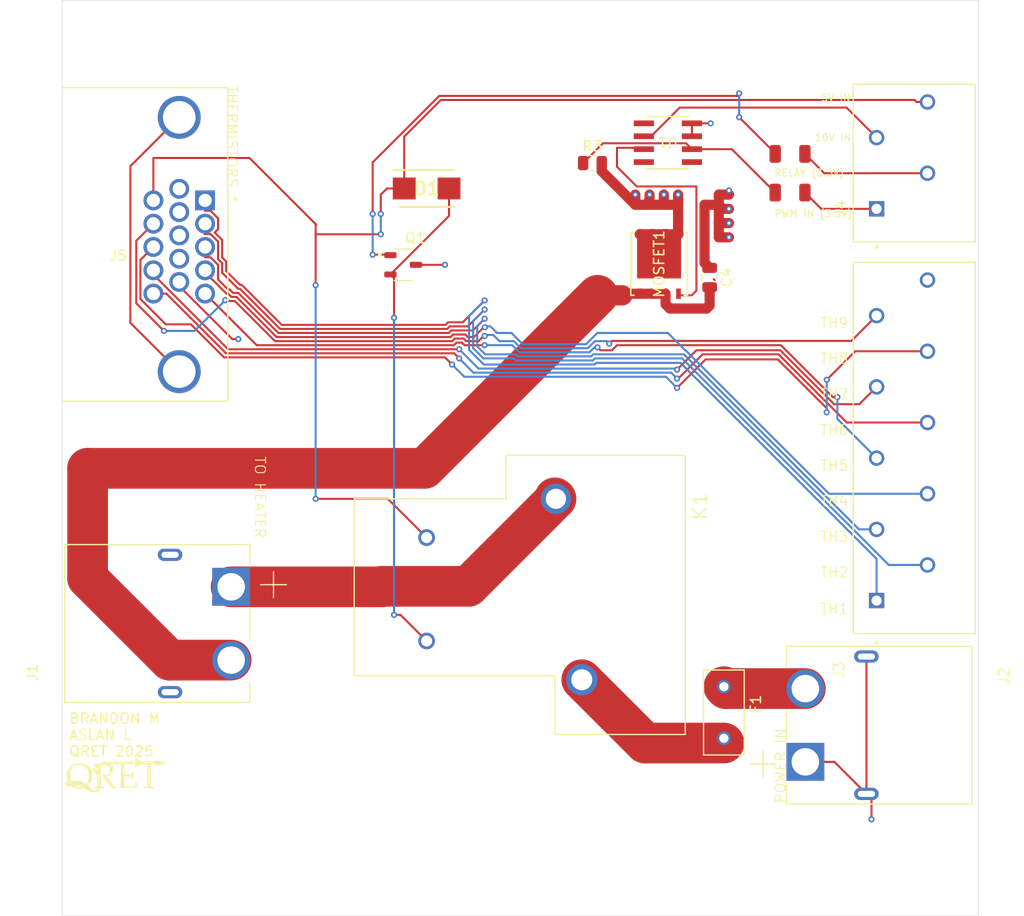
<source format=kicad_pcb>
(kicad_pcb (version 20241229) (generator "pcbnew") (generator_version "9.0")
  (layers (0 "F.Cu" signal) (2 "B.Cu" signal) (13 "F.Paste" user) (15 "B.Paste" user) (5 "F.SilkS" user "F.Silkscreen") (7 "B.SilkS" user "B.Silkscreen") (1 "F.Mask" user) (3 "B.Mask" user) (25 "Edge.Cuts" user))
  (net 0 "")
  (net 1 "GND")
  (net 2 "TH2")
  (net 3 "TH3")
  (net 4 "TH1")
  (net 5 "5V")
  (net 6 "TH7")
  (net 7 "TH6")
  (net 8 "TH8")
  (net 9 "TH4")
  (net 10 "TH9")
  (net 11 "TH5")
  (net 12 "Net-(J1-Pin_2)")
  (net 13 "PWM")
  (net 14 "RELAY")
  (net 15 "Net-(F1-Pad2)")
  (net 16 "Net-(D1-A)")
  (net 17 "10V")
  (net 18 "/24V")
  (net 19 "/24VIN")
  (net 21 "Net-(Q1-Pad1)")
  (net 22 "10V PWM")
  (net 23 "Net-(U1-INPUT_A)")
  (footprint "TC4427:SOIC8-N_MC_MCH" (layer "F.Cu") (at 109.5 59 180)
    (property "Reference" "U1" (at 0 0 180) (layer "F.SilkS"))
    (property "Value" "TC4427ACOA")
    (pad "1" smd rect (at -2.3622 -1.905 180) (size 1.9812 0.5588) (layers "F.Cu" "F.Mask" "F.Paste"))
    (pad "2" smd rect (at -2.3622 -0.635 180) (size 1.9812 0.5588) (layers "F.Cu" "F.Mask" "F.Paste") (net 23 "Net-(U1-INPUT_A)"))
    (pad "3" smd rect (at -2.3622 0.635 180) (size 1.9812 0.5588) (layers "F.Cu" "F.Mask" "F.Paste") (net 1 "GND"))
    (pad "4" smd rect (at -2.3622 1.905 180) (size 1.9812 0.5588) (layers "F.Cu" "F.Mask" "F.Paste") (net 1 "GND"))
    (pad "5" smd rect (at 2.3622 1.905 180) (size 1.9812 0.5588) (layers "F.Cu" "F.Mask" "F.Paste"))
    (pad "6" smd rect (at 2.3622 0.635 180) (size 1.9812 0.5588) (layers "F.Cu" "F.Mask" "F.Paste") (net 17 "10V"))
    (pad "7" smd rect (at 2.3622 -0.635 180) (size 1.9812 0.5588) (layers "F.Cu" "F.Mask" "F.Paste") (net 22 "10V PWM"))
    (pad "8" smd rect (at 2.3622 -1.905 180) (size 1.9812 0.5588) (layers "F.Cu" "F.Mask" "F.Paste"))
  )
  (footprint "XT60PW-M:AMASS_XT60PW-M" (layer "F.Cu") (at 129 116.25 -90)
    (property "Reference" "J2" (at -4.8236 -13.51498 90) (layer "F.SilkS") (effects (font (size 1.000441 1.000441))))
    (property "Value" "XT60PW-M")
    (pad "1" thru_hole rect (at 3.6 6 270) (size 3.716 3.716) (drill 2.7) (layers "*.Cu" "*.Mask") (net 1 "GND"))
    (pad "2" thru_hole circle (at -3.6 6 270) (size 3.716 3.716) (drill 2.7) (layers "*.Cu" "*.Mask") (net 19 "/24VIN"))
    (pad "S1" thru_hole oval (at 6.75 0 270) (size 1.2 2.4) (drill oval 0.6 1.7) (layers "*.Cu" "*.Mask"))
    (pad "S2" thru_hole oval (at -6.75 0 270) (size 1.2 2.4) (drill oval 0.6 1.7) (layers "*.Cu" "*.Mask"))
  )
  (footprint "PCM_JLCPCB:R_1206" (layer "F.Cu") (at 121.5 60.1 180)
    (property "Reference" "R1" (hide yes))
    (property "Value" "100")
    (pad "1" smd roundrect (at -1.46 0 180) (size 1.12 1.75) (layers "F.Cu" "F.Mask" "F.Paste") (roundrect_rratio 0.222222) (net 14 "RELAY"))
    (pad "2" smd roundrect (at 1.46 0 180) (size 1.12 1.75) (layers "F.Cu" "F.Mask" "F.Paste") (roundrect_rratio 0.222222) (net 21 "Net-(Q1-Pad1)"))
  )
  (footprint "Capacitor_SMD:C_0805_2012Metric" (layer "F.Cu") (at 113.6 72.25 -90)
    (property "Reference" "C4" (at 0 -1.68 90) (layer "F.SilkS"))
    (property "Value" "C47.5nf")
    (pad "1" smd roundrect (at -0.95 0 270) (size 1 1.45) (layers "F.Cu" "F.Mask" "F.Paste") (net 1 "GND"))
    (pad "2" smd roundrect (at 0.95 0 270) (size 1 1.45) (layers "F.Cu" "F.Mask" "F.Paste") (net 12 "Net-(J1-Pin_2)"))
  )
  (footprint "1985218:TE_1985218" (layer "F.Cu") (at 133.7 61 90)
    (property "Reference" "J4" (at -4.4925 -7.2325 90) (layer "F.SilkS"))
    (property "Value" "1985218")
    (pad "1" thru_hole rect (at -4.5 -3.7 90) (size 1.508 1.508) (drill 1) (layers "*.Cu" "*.Mask") (net 13 "PWM"))
    (pad "2" thru_hole circle (at -1 1.3 90) (size 1.508 1.508) (drill 1) (layers "*.Cu" "*.Mask") (net 14 "RELAY"))
    (pad "3" thru_hole circle (at 2.5 -3.7 90) (size 1.508 1.508) (drill 1) (layers "*.Cu" "*.Mask") (net 17 "10V"))
    (pad "4" thru_hole circle (at 6 1.3 90) (size 1.508 1.508) (drill 1) (layers "*.Cu" "*.Mask") (net 5 "5V"))
  )
  (footprint "LOGO" (layer "F.Cu") (at 55.2 121.1)
    (property "Reference" "G***" (hide yes))
    (property "Value" "LOGO" (hide yes))
  )
  (footprint "PCM_JLCPCB:R_1206" (layer "F.Cu") (at 121.5 63.9 180)
    (property "Reference" "R2" (hide yes))
    (property "Value" "100")
    (pad "1" smd roundrect (at -1.46 0 180) (size 1.12 1.75) (layers "F.Cu" "F.Mask" "F.Paste") (roundrect_rratio 0.222222) (net 13 "PWM"))
    (pad "2" smd roundrect (at 1.46 0 180) (size 1.12 1.75) (layers "F.Cu" "F.Mask" "F.Paste") (roundrect_rratio 0.222222) (net 23 "Net-(U1-INPUT_A)"))
  )
  (footprint "AO3400A (1):SOT95P280X125-3N" (layer "F.Cu") (at 83.5 71)
    (property "Reference" "Q1" (at 1.175 -2.635 0) (layer "F.SilkS"))
    (property "Value" "AO3400A" (hide yes))
    (pad "1" smd roundrect (at -1.255 -0.95) (size 1.21 0.59) (layers "F.Cu" "F.Mask" "F.Paste") (net 21 "Net-(Q1-Pad1)"))
    (pad "2" smd roundrect (at -1.255 0.95) (size 1.21 0.59) (layers "F.Cu" "F.Mask" "F.Paste") (net 16 "Net-(D1-A)"))
    (pad "3" smd roundrect (at 1.255 0) (size 1.21 0.59) (layers "F.Cu" "F.Mask" "F.Paste") (net 1 "GND"))
  )
  (footprint "10090926_P154XLF:AMPHENOL_10090926-P154XLF" (layer "F.Cu") (at 61.5 69 -90)
    (property "Reference" "J5" (at 1.1 6 180) (layer "F.SilkS"))
    (property "Value" "10090926-P154XLF")
    (pad "1" thru_hole rect (at -4.33 -2.54 270) (size 1.95 1.95) (drill 1.3) (layers "*.Cu" "*.Mask") (net 4 "TH1"))
    (pad "2" thru_hole circle (at -2.04 -2.54 270) (size 1.95 1.95) (drill 1.3) (layers "*.Cu" "*.Mask") (net 2 "TH2"))
    (pad "3" thru_hole circle (at 0.25 -2.54 270) (size 1.95 1.95) (drill 1.3) (layers "*.Cu" "*.Mask") (net 3 "TH3"))
    (pad "4" thru_hole circle (at 2.54 -2.54 270) (size 1.95 1.95) (drill 1.3) (layers "*.Cu" "*.Mask") (net 9 "TH4"))
    (pad "5" thru_hole circle (at 4.83 -2.54 270) (size 1.95 1.95) (drill 1.3) (layers "*.Cu" "*.Mask") (net 11 "TH5"))
    (pad "6" thru_hole circle (at -5.47 0 270) (size 1.95 1.95) (drill 1.3) (layers "*.Cu" "*.Mask"))
    (pad "7" thru_hole circle (at -3.18 0 270) (size 1.95 1.95) (drill 1.3) (layers "*.Cu" "*.Mask"))
    (pad "8" thru_hole circle (at -0.89 0 270) (size 1.95 1.95) (drill 1.3) (layers "*.Cu" "*.Mask"))
    (pad "9" thru_hole circle (at 1.4 0 270) (size 1.95 1.95) (drill 1.3) (layers "*.Cu" "*.Mask"))
    (pad "10" thru_hole circle (at 3.69 0 270) (size 1.95 1.95) (drill 1.3) (layers "*.Cu" "*.Mask") (net 1 "GND"))
    (pad "11" thru_hole circle (at -4.33 2.54 270) (size 1.95 1.95) (drill 1.3) (layers "*.Cu" "*.Mask") (net 5 "5V"))
    (pad "12" thru_hole circle (at -2.04 2.54 270) (size 1.95 1.95) (drill 1.3) (layers "*.Cu" "*.Mask") (net 10 "TH9"))
    (pad "13" thru_hole circle (at 0.25 2.54 270) (size 1.95 1.95) (drill 1.3) (layers "*.Cu" "*.Mask") (net 8 "TH8"))
    (pad "14" thru_hole circle (at 2.54 2.54 270) (size 1.95 1.95) (drill 1.3) (layers "*.Cu" "*.Mask") (net 6 "TH7"))
    (pad "15" thru_hole circle (at 4.83 2.54 270) (size 1.95 1.95) (drill 1.3) (layers "*.Cu" "*.Mask") (net 7 "TH6"))
    (pad "S1" thru_hole circle (at -12.49 0 270) (size 4.216 4.216) (drill 3.2) (layers "*.Cu" "*.Mask") (net 1 "GND"))
    (pad "S2" thru_hole circle (at 12.5 0 270) (size 4.216 4.216) (drill 3.2) (layers "*.Cu" "*.Mask") (net 1 "GND"))
  )
  (footprint "MBRS1100T3G:DIOM5436X247N" (layer "F.Cu") (at 85.8 63.5)
    (property "Reference" "D1" (at 0 0 0) (layer "F.SilkS") (effects (font (size 1.27 1.27) (thickness 0.254))))
    (property "Value" "MBRS1100T3G" (hide yes))
    (pad "1" smd rect (at -2.2 0 90) (size 2.15 2.25) (layers "F.Cu" "F.Mask" "F.Paste") (net 5 "5V"))
    (pad "2" smd rect (at 2.2 0 90) (size 2.15 2.25) (layers "F.Cu" "F.Mask" "F.Paste") (net 16 "Net-(D1-A)"))
  )
  (footprint "MountingHole:MountingHole_2.2mm_M2" (layer "F.Cu") (at 135 130)
    (property "Reference" "REF**" (hide yes))
    (property "Value" "MountingHole_2.2mm_M2")
    (pad "" np_thru_hole circle (at 0 0) (size 2.2 2.2) (drill 2.2) (layers "*.Cu" "*.Mask"))
  )
  (footprint "Resistor_SMD:R_0805_2012Metric" (layer "F.Cu") (at 102.0875 61)
    (property "Reference" "R3" (at 0 -1.65 0) (layer "F.SilkS"))
    (property "Value" "R100k")
    (pad "1" smd roundrect (at -0.9125 0) (size 1.025 1.4) (layers "F.Cu" "F.Mask" "F.Paste") (roundrect_rratio 0.243902) (net 23 "Net-(U1-INPUT_A)"))
    (pad "2" smd roundrect (at 0.9125 0) (size 1.025 1.4) (layers "F.Cu" "F.Mask" "F.Paste") (roundrect_rratio 0.243902) (net 1 "GND"))
  )
  (footprint "MountingHole:MountingHole_2.2mm_M2" (layer "F.Cu") (at 135 50)
    (property "Reference" "REF**" (hide yes))
    (property "Value" "MountingHole_2.2mm_M2")
    (pad "" np_thru_hole circle (at 0 0) (size 2.2 2.2) (drill 2.2) (layers "*.Cu" "*.Mask"))
  )
  (footprint "01x12 connnector:PHOENIX_1985276" (layer "F.Cu") (at 139.7 107.25 90)
    (property "Reference" "J3" (at -3.575 -13.385 90) (layer "F.SilkS"))
    (property "Value" "1985276")
    (pad "1" thru_hole rect (at 3.25 -9.7 90) (size 1.508 1.508) (drill 1) (layers "*.Cu" "*.Mask") (net 4 "TH1"))
    (pad "2" thru_hole circle (at 6.75 -4.7 90) (size 1.508 1.508) (drill 1) (layers "*.Cu" "*.Mask") (net 2 "TH2"))
    (pad "3" thru_hole circle (at 10.25 -9.7 90) (size 1.508 1.508) (drill 1) (layers "*.Cu" "*.Mask") (net 3 "TH3"))
    (pad "4" thru_hole circle (at 13.75 -4.7 90) (size 1.508 1.508) (drill 1) (layers "*.Cu" "*.Mask") (net 9 "TH4"))
    (pad "5" thru_hole circle (at 17.25 -9.7 90) (size 1.508 1.508) (drill 1) (layers "*.Cu" "*.Mask") (net 11 "TH5"))
    (pad "6" thru_hole circle (at 20.75 -4.7 90) (size 1.508 1.508) (drill 1) (layers "*.Cu" "*.Mask") (net 7 "TH6"))
    (pad "7" thru_hole circle (at 24.25 -9.7 90) (size 1.508 1.508) (drill 1) (layers "*.Cu" "*.Mask") (net 6 "TH7"))
    (pad "8" thru_hole circle (at 27.75 -4.7 90) (size 1.508 1.508) (drill 1) (layers "*.Cu" "*.Mask") (net 8 "TH8"))
    (pad "9" thru_hole circle (at 31.25 -9.7 90) (size 1.508 1.508) (drill 1) (layers "*.Cu" "*.Mask") (net 10 "TH9"))
    (pad "10" thru_hole circle (at 34.75 -4.7 90) (size 1.508 1.508) (drill 1) (layers "*.Cu" "*.Mask"))
  )
  (footprint "SIR462DP:POWERPAK_SO-8_SINGLE_VIS" (layer "F.Cu") (at 108.635 70.921 90)
    (property "Reference" "MOSFET1" (at 0 0 90) (layer "F.SilkS"))
    (property "Value" "SIR462DP-T1-GE3")
    (fp_poly (pts (xy 2.5654 -2.159) (xy -1.4224 -2.159) (xy -1.4224 2.159) (xy 2.5654 2.159)) (fill yes) (layer "F.Cu"))
    (pad "1" smd rect (at -2.921 -1.905 90) (size 1.016 0.4572) (layers "F.Cu" "F.Mask" "F.Paste") (net 12 "Net-(J1-Pin_2)"))
    (pad "2" smd rect (at -2.921 -0.635 90) (size 1.016 0.4572) (layers "F.Cu" "F.Mask" "F.Paste") (net 12 "Net-(J1-Pin_2)"))
    (pad "3" smd rect (at -2.921 0.635 90) (size 1.016 0.4572) (layers "F.Cu" "F.Mask" "F.Paste") (net 12 "Net-(J1-Pin_2)"))
    (pad "4" smd rect (at -2.921 1.905 90) (size 1.016 0.4572) (layers "F.Cu" "F.Mask" "F.Paste") (net 22 "10V PWM"))
    (pad "5" smd rect (at 2.921 1.905 90) (size 1.016 0.4572) (layers "F.Cu" "F.Mask" "F.Paste") (net 1 "GND"))
    (pad "6" smd rect (at 2.921 0.635 90) (size 1.016 0.4572) (layers "F.Cu" "F.Mask" "F.Paste") (net 1 "GND"))
    (pad "7" smd rect (at 2.921 -0.635 90) (size 1.016 0.4572) (layers "F.Cu" "F.Mask" "F.Paste") (net 1 "GND"))
    (pad "8" smd rect (at 2.921 -1.905 90) (size 1.016 0.4572) (layers "F.Cu" "F.Mask" "F.Paste") (net 1 "GND"))
  )
  (footprint "FUSE_0697H9200:FUSRR508W60L835T400H810" (layer "F.Cu") (at 115 115 -90)
    (property "Reference" "F1" (at -0.825 -3.135 90) (layer "F.SilkS"))
    (property "Value" "20A Fuse")
    (pad "1" thru_hole circle (at -2.54 0 270) (size 1.35 1.35) (drill 0.9) (layers "*.Cu" "*.Mask") (net 19 "/24VIN"))
    (pad "2" thru_hole circle (at 2.54 0 270) (size 1.35 1.35) (drill 0.9) (layers "*.Cu" "*.Mask") (net 15 "Net-(F1-Pad2)"))
  )
  (footprint "MountingHole:MountingHole_2.2mm_M2" (layer "F.Cu") (at 55 50)
    (property "Reference" "REF**" (hide yes))
    (property "Value" "MountingHole_2.2mm_M2")
    (pad "" np_thru_hole circle (at 0 0) (size 2.2 2.2) (drill 2.2) (layers "*.Cu" "*.Mask"))
  )
  (footprint "MountingHole:MountingHole_2.2mm_M2" (layer "F.Cu") (at 55 130)
    (property "Reference" "REF**" (hide yes))
    (property "Value" "MountingHole_2.2mm_M2")
    (pad "" np_thru_hole circle (at 0 0) (size 2.2 2.2) (drill 2.2) (layers "*.Cu" "*.Mask"))
  )
  (footprint "T9AS1D12_24:RELAY_1-1393210-8" (layer "F.Cu") (at 94.945 103.445 -90)
    (property "Reference" "K1" (at -8.708725 -17.696475 90) (layer "F.SilkS") (effects (font (size 1.400591 1.400591))))
    (property "Value" "1-1393210-8")
    (pad "1" thru_hole circle (at -5.635 9.145 270) (size 1.635 1.635) (drill 1.09) (layers "*.Cu" "*.Mask") (net 5 "5V"))
    (pad "2" thru_hole circle (at 4.525 9.145 270) (size 1.635 1.635) (drill 1.09) (layers "*.Cu" "*.Mask") (net 16 "Net-(D1-A)"))
    (pad "3" thru_hole circle (at 8.335 -6.095 270) (size 3.076 3.076) (drill 2.06) (layers "*.Cu" "*.Mask") (net 15 "Net-(F1-Pad2)"))
    (pad "4" thru_hole circle (at -9.445 -3.555 270) (size 2.97 2.97) (drill 1.98) (layers "*.Cu" "*.Mask") (net 18 "/24V"))
  )
  (footprint "XT60PW-M:AMASS_XT60PW-M" (layer "F.Cu") (at 60.6 106.25 90)
    (property "Reference" "J1" (at -4.8236 -13.51498 90) (layer "F.SilkS") (effects (font (size 1.000441 1.000441))))
    (property "Value" "XT60PW-M")
    (pad "1" thru_hole rect (at 3.6 6 90) (size 3.716 3.716) (drill 2.7) (layers "*.Cu" "*.Mask") (net 18 "/24V"))
    (pad "2" thru_hole circle (at -3.6 6 90) (size 3.716 3.716) (drill 2.7) (layers "*.Cu" "*.Mask") (net 12 "Net-(J1-Pin_2)"))
    (pad "S1" thru_hole oval (at 6.75 0 90) (size 1.2 2.4) (drill oval 0.6 1.7) (layers "*.Cu" "*.Mask"))
    (pad "S2" thru_hole oval (at -6.75 0 90) (size 1.2 2.4) (drill oval 0.6 1.7) (layers "*.Cu" "*.Mask"))
  )
  (gr_rect (start 50 45) (end 140 135) (stroke (width 0.05)) (fill no) (layer "Edge.Cuts"))
  (gr_text "RELAY (3.3V)\n\n" (at 119.9 63.5 0) (layer "F.SilkS") (effects (font (size 0.7 0.7) (thickness 0.1)) (justify left bottom)))
  (gr_text "TH9" (at 124.4 77.3 0) (layer "F.SilkS") (effects (font (size 1 1) (thickness 0.1)) (justify left bottom)))
  (gr_text "TH8" (at 124.4 80.8 0) (layer "F.SilkS") (effects (font (size 1 1) (thickness 0.1)) (justify left bottom)))
  (gr_text "TH7" (at 124.4 84.3 0) (layer "F.SilkS") (effects (font (size 1 1) (thickness 0.1)) (justify left bottom)))
  (gr_text "PWM IN (3.3V)\n\n" (at 119.9 67.5 0) (layer "F.SilkS") (effects (font (size 0.7 0.7) (thickness 0.1)) (justify left bottom)))
  (gr_text "10V IN" (at 123.9 58.9 0) (layer "F.SilkS") (effects (font (size 0.7 0.7) (thickness 0.1)) (justify left bottom)))
  (gr_text "TH6" (at 124.4 87.8 0) (layer "F.SilkS") (effects (font (size 1 1) (thickness 0.1)) (justify left bottom)))
  (gr_text "TH2" (at 124.4 101.8 0) (layer "F.SilkS") (effects (font (size 1 1) (thickness 0.1)) (justify left bottom)))
  (gr_text "TO HEATER\n" (at 68.85 89.75 270) (layer "F.SilkS") (effects (font (size 1 1) (thickness 0.1)) (justify left bottom)))
  (gr_text "TH5" (at 124.4 91.3 0) (layer "F.SilkS") (effects (font (size 1 1) (thickness 0.1)) (justify left bottom)))
  (gr_text "BRANDON M\nASLAN L\nQRET 2025\n" (at 50.6 119.4 0) (layer "F.SilkS") (effects (font (size 1 1)) (justify left bottom)))
  (gr_text "THERMISTORS" (at 66.1 53.3 270) (layer "F.SilkS") (effects (font (size 1 1) (thickness 0.1)) (justify left bottom)))
  (gr_text "5V IN\n" (at 124.5 55 0) (layer "F.SilkS") (effects (font (size 0.7 0.7) (thickness 0.1)) (justify left bottom)))
  (gr_text "POWER IN\n" (at 121.15 124 90) (layer "F.SilkS") (effects (font (size 1 1) (thickness 0.1)) (justify left bottom)))
  (gr_text "TH3\n" (at 124.4 98.3 0) (layer "F.SilkS") (effects (font (size 1 1) (thickness 0.1)) (justify left bottom)))
  (gr_text "TH1" (at 124.4 105.4 0) (layer "F.SilkS") (effects (font (size 1 1) (thickness 0.1)) (justify left bottom)))
  (gr_text "TH4" (at 124.4 94.8 0) (layer "F.SilkS") (effects (font (size 1 1) (thickness 0.1)) (justify left bottom)))
  (segment (start 109.1 65.1) (end 110.5 65.1) (width 1) (layer "F.Cu") (net 1))
  (segment (start 114.5 65.1) (end 114.5 64.1) (width 1) (layer "F.Cu") (net 1))
  (segment (start 110.5 66.35) (end 110.5 67.96) (width 1) (layer "F.Cu") (net 1))
  (segment (start 107.7 64.1) (end 107.7 64.7) (width 1) (layer "F.Cu") (net 1))
  (segment (start 114.5 65.1) (end 114.5 66.9) (width 1) (layer "F.Cu") (net 1))
  (segment (start 56.7 61.31) (end 56.7 76.7) (width 0.2) (layer "F.Cu") (net 1))
  (segment (start 110.5 65.1) (end 110.5 66.35) (width 1) (layer "F.Cu") (net 1))
  (segment (start 114.5 65.1) (end 113.1 65.1) (width 1) (layer "F.Cu") (net 1))
  (segment (start 107.3 65.1) (end 109.1 65.1) (width 1) (layer "F.Cu") (net 1))
  (segment (start 61.5 82) (end 62.3 82.8) (width 0.2) (layer "F.Cu") (net 1))
  (segment (start 123 119.85) (end 125.85 119.85) (width 0.2) (layer "F.Cu") (net 1))
  (segment (start 106.3 65.1) (end 106.3 64.1) (width 1) (layer "F.Cu") (net 1))
  (segment (start 103 61) (end 103 61.8) (width 1) (layer "F.Cu") (net 1))
  (segment (start 110.54 68) (end 106.73 68) (width 1) (layer "F.Cu") (net 1))
  (segment (start 115.5 66.9) (end 114.5 66.9) (width 1) (layer "F.Cu") (net 1))
  (segment (start 110.5 65.1) (end 110.5 64.1) (width 1) (layer "F.Cu") (net 1))
  (segment (start 56.7 76.7) (end 61.5 81.5) (width 0.2) (layer "F.Cu") (net 1))
  (segment (start 114.5 66.9) (end 114.5 68.3) (width 1) (layer "F.Cu") (net 1))
  (segment (start 61.5 73.094537) (end 66.705463 78.3) (width 0.2) (layer "F.Cu") (net 1))
  (segment (start 113.1 70.8) (end 113.6 71.3) (width 1) (layer "F.Cu") (net 1))
  (segment (start 107.7 64.7) (end 107.3 65.1) (width 1) (layer "F.Cu") (net 1))
  (segment (start 61.5 72.69) (end 61.5 73.094537) (width 0.2) (layer "F.Cu") (net 1))
  (segment (start 125.85 119.85) (end 129 123) (width 0.2) (layer "F.Cu") (net 1))
  (segment (start 111.8622 57.095) (end 113.695 57.095) (width 0.2) (layer "F.Cu") (net 1))
  (segment (start 129.5 123.5) (end 129.5 125.5) (width 0.2) (layer "F.Cu") (net 1))
  (segment (start 113.695 57.095) (end 113.7 57.1) (width 0.2) (layer "F.Cu") (net 1))
  (segment (start 114.5 68.3) (end 115.5 68.3) (width 1) (layer "F.Cu") (net 1))
  (segment (start 114.5 64.1) (end 115.5 64.1) (width 1) (layer "F.Cu") (net 1))
  (segment (start 115.5 65.5) (end 114.9 65.5) (width 1) (layer "F.Cu") (net 1))
  (segment (start 66.705463 78.3) (end 67.3 78.3) (width 0.2) (layer "F.Cu") (net 1))
  (segment (start 61.5 81.5) (end 61.5 82) (width 0.2) (layer "F.Cu") (net 1))
  (segment (start 129 123) (end 128.5 123) (width 0.2) (layer "F.Cu") (net 1))
  (segment (start 109.1 64.1) (end 109.1 65.1) (width 1) (layer "F.Cu") (net 1))
  (segment (start 113.1 65.1) (end 113.1 70.8) (width 1) (layer "F.Cu") (net 1))
  (segment (start 129 109.5) (end 129 123) (width 0.2) (layer "F.Cu") (net 1))
  (segment (start 110.5 67.96) (end 110.54 68) (width 0.2) (layer "F.Cu") (net 1))
  (segment (start 103 61.8) (end 106.3 65.1) (width 1) (layer "F.Cu") (net 1))
  (segment (start 111.8622 57.095) (end 111.8622 58.365) (width 0.2) (layer "F.Cu") (net 1))
  (segment (start 58.905 59.105) (end 56.7 61.31) (width 0.2) (layer "F.Cu") (net 1))
  (segment (start 58.71 59.3) (end 61.5 56.51) (width 0.2) (layer "F.Cu") (net 1))
  (segment (start 114.9 65.5) (end 114.5 65.1) (width 1) (layer "F.Cu") (net 1))
  (segment (start 84.755 71) (end 87.6 71) (width 0.2) (layer "F.Cu") (net 1))
  (segment (start 129 123) (end 129.5 123.5) (width 0.2) (layer "F.Cu") (net 1))
  (segment (start 107.3 65.1) (end 106.3 65.1) (width 1) (layer "F.Cu") (net 1))
  (via (at 106.3 64.1) (size 0.6) (drill 0.3) (layers "F.Cu" "B.Cu") (net 1))
  (via (at 115.5 63.7) (size 0.6) (drill 0.3) (layers "F.Cu" "B.Cu") (net 1))
  (via (at 109.1 64.1) (size 0.6) (drill 0.3) (layers "F.Cu" "B.Cu") (net 1))
  (via (at 115.5 65.5) (size 0.6) (drill 0.3) (layers "F.Cu" "B.Cu") (net 1))
  (via (at 113.7 57.1) (size 0.6) (drill 0.3) (layers "F.Cu" "B.Cu") (net 1))
  (via (at 67.3 78.3) (size 0.6) (drill 0.3) (layers "F.Cu" "B.Cu") (net 1))
  (via (at 115.5 66.9) (size 0.6) (drill 0.3) (layers "F.Cu" "B.Cu") (net 1))
  (via (at 87.6 71) (size 0.6) (drill 0.3) (layers "F.Cu" "B.Cu") (net 1))
  (via (at 107.7 64.1) (size 0.6) (drill 0.3) (layers "F.Cu" "B.Cu") (net 1))
  (via (at 110.5 64.1) (size 0.6) (drill 0.3) (layers "F.Cu" "B.Cu") (net 1))
  (via (at 115.5 68.3) (size 0.6) (drill 0.3) (layers "F.Cu" "B.Cu") (net 1))
  (via (at 129.5 125.5) (size 0.6) (drill 0.3) (layers "F.Cu" "B.Cu") (net 1))
  (segment (start 65.716 70.845778) (end 65.716 71.781686) (width 0.2) (layer "F.Cu") (net 2))
  (segment (start 64.568537 67.974) (end 65.316 68.721463) (width 0.2) (layer "F.Cu") (net 2))
  (segment (start 64 67.974) (end 64.568537 67.974) (width 0.2) (layer "F.Cu") (net 2))
  (segment (start 88.068021 77.05) (end 89.85 77.05) (width 0.2) (layer "F.Cu") (net 2))
  (segment (start 89.85 77.05) (end 91.5 75.4) (width 0.2) (layer "F.Cu") (net 2))
  (segment (start 65.716 71.781686) (end 67.291463 73.357149) (width 0.2) (layer "F.Cu") (net 2))
  (segment (start 65.318 70.447777) (end 65.716 70.845778) (width 0.2) (layer "F.Cu") (net 2))
  (segment (start 65.316 70.444363) (end 65.318 70.446363) (width 0.2) (layer "F.Cu") (net 2))
  (segment (start 67.458564 73.357149) (end 71.400414 77.298999) (width 0.2) (layer "F.Cu") (net 2))
  (segment (start 65.318 70.446363) (end 65.318 70.447777) (width 0.2) (layer "F.Cu") (net 2))
  (segment (start 65.316 68.721463) (end 65.316 70.444363) (width 0.2) (layer "F.Cu") (net 2))
  (segment (start 64 67) (end 64 67.974) (width 0.2) (layer "F.Cu") (net 2))
  (segment (start 87.819021 77.298999) (end 88.068021 77.05) (width 0.2) (layer "F.Cu") (net 2))
  (segment (start 67.291463 73.357149) (end 67.458564 73.357149) (width 0.2) (layer "F.Cu") (net 2))
  (segment (start 71.400414 77.298999) (end 87.819021 77.298999) (width 0.2) (layer "F.Cu") (net 2))
  (via (at 91.5 75.4) (size 0.6) (drill 0.3) (layers "F.Cu" "B.Cu") (net 2))
  (segment (start 131.2 100.5) (end 135 100.5) (width 0.2) (layer "B.Cu") (net 2))
  (segment (start 110.9 80.2) (end 131.2 100.5) (width 0.2) (layer "B.Cu") (net 2))
  (segment (start 102.128426 80.4) (end 102.328425 80.2) (width 0.2) (layer "B.Cu") (net 2))
  (segment (start 102.328425 80.2) (end 110.9 80.2) (width 0.2) (layer "B.Cu") (net 2))
  (segment (start 90.370686 76.529314) (end 90.370686 79.187729) (width 0.2) (layer "B.Cu") (net 2))
  (segment (start 94.571572 80.4) (end 102.128426 80.4) (width 0.2) (layer "B.Cu") (net 2))
  (segment (start 91.382957 80.2) (end 94.371571 80.2) (width 0.2) (layer "B.Cu") (net 2))
  (segment (start 94.371571 80.2) (end 94.571572 80.4) (width 0.2) (layer "B.Cu") (net 2))
  (segment (start 90.370686 79.187729) (end 91.382957 80.2) (width 0.2) (layer "B.Cu") (net 2))
  (segment (start 91.5 75.4) (end 90.370686 76.529314) (width 0.2) (layer "B.Cu") (net 2))
  (segment (start 65.318 72.447957) (end 65.318 72.283687) (width 0.2) (layer "F.Cu") (net 3))
  (segment (start 67.292878 73.757149) (end 66.792498 73.757149) (width 0.2) (layer "F.Cu") (net 3))
  (segment (start 66.459844 73.424495) (end 66.294538 73.424495) (width 0.2) (layer "F.Cu") (net 3))
  (segment (start 65.317 72.117) (end 65.292269 72.092269) (width 0.2) (layer "F.Cu") (net 3))
  (segment (start 64.04 70.264) (end 64.04 69.25) (width 0.2) (layer "F.Cu") (net 3))
  (segment (start 65.317 72.282686) (end 65.317 72.117) (width 0.2) (layer "F.Cu") (net 3))
  (segment (start 91.5 76.3) (end 90.35 77.45) (width 0.2) (layer "F.Cu") (net 3))
  (segment (start 65.316 72.068537) (end 65.316 71.011463) (width 0.2) (layer "F.Cu") (net 3))
  (segment (start 64.568537 70.264) (end 64.04 70.264) (width 0.2) (layer "F.Cu") (net 3))
  (segment (start 87.984706 77.698999) (end 71.234728 77.698999) (width 0.2) (layer "F.Cu") (net 3))
  (segment (start 65.318 72.283687) (end 65.317 72.282686) (width 0.2) (layer "F.Cu") (net 3))
  (segment (start 65.292269 72.092269) (end 65.316 72.068537) (width 0.2) (layer "F.Cu") (net 3))
  (segment (start 90.35 77.45) (end 88.233706 77.45) (width 0.2) (layer "F.Cu") (net 3))
  (segment (start 71.234728 77.698999) (end 67.292878 73.757149) (width 0.2) (layer "F.Cu") (net 3))
  (segment (start 88.233706 77.45) (end 87.984706 77.698999) (width 0.2) (layer "F.Cu") (net 3))
  (segment (start 66.294538 73.424495) (end 65.318 72.447957) (width 0.2) (layer "F.Cu") (net 3))
  (segment (start 66.792498 73.757149) (end 66.459844 73.424495) (width 0.2) (layer "F.Cu") (net 3))
  (segment (start 65.316 71.011463) (end 64.568537 70.264) (width 0.2) (layer "F.Cu") (net 3))
  (via (at 91.5 76.3) (size 0.6) (drill 0.3) (layers "F.Cu" "B.Cu") (net 3))
  (segment (start 102.16274 79.8) (end 111.065686 79.8) (width 0.2) (layer "B.Cu") (net 3))
  (segment (start 91.5 76.3) (end 90.771686 77.028314) (width 0.2) (layer "B.Cu") (net 3))
  (segment (start 101.96274 80) (end 102.16274 79.8) (width 0.2) (layer "B.Cu") (net 3))
  (segment (start 111.065686 79.8) (end 128.265686 97) (width 0.2) (layer "B.Cu") (net 3))
  (segment (start 90.771686 77.028314) (end 90.771686 79.021629) (width 0.2) (layer "B.Cu") (net 3))
  (segment (start 94.737257 80) (end 101.96274 80) (width 0.2) (layer "B.Cu") (net 3))
  (segment (start 94.537256 79.8) (end 94.737257 80) (width 0.2) (layer "B.Cu") (net 3))
  (segment (start 91.550057 79.8) (end 94.537256 79.8) (width 0.2) (layer "B.Cu") (net 3))
  (segment (start 128.265686 97) (end 130 97) (width 0.2) (layer "B.Cu") (net 3))
  (segment (start 90.771686 79.021629) (end 91.550057 79.8) (width 0.2) (layer "B.Cu") (net 3))
  (segment (start 67.62425 72.957149) (end 71.5661 76.898999) (width 0.2) (layer "F.Cu") (net 4))
  (segment (start 66.116 70.680093) (end 66.116 71.616) (width 0.2) (layer "F.Cu") (net 4))
  (segment (start 71.5661 76.898999) (end 87.653336 76.898999) (width 0.2) (layer "F.Cu") (net 4))
  (segment (start 64.04 65.684) (end 64.568537 65.684) (width 0.2) (layer "F.Cu") (net 4))
  (segment (start 64.04 64.67) (end 64.04 65.684) (width 0.2) (layer "F.Cu") (net 4))
  (segment (start 87.653336 76.898999) (end 87.902336 76.65) (width 0.2) (layer "F.Cu") (net 4))
  (segment (start 64.568537 65.684) (end 65.316 66.431463) (width 0.2) (layer "F.Cu") (net 4))
  (segment (start 64.983794 67.820743) (end 65.718 68.554949) (width 0.2) (layer "F.Cu") (net 4))
  (segment (start 65.718 70.282092) (end 66.116 70.680093) (width 0.2) (layer "F.Cu") (net 4))
  (segment (start 65.316 67.488537) (end 64.983794 67.820743) (width 0.2) (layer "F.Cu") (net 4))
  (segment (start 65.718 68.554949) (end 65.718 70.282092) (width 0.2) (layer "F.Cu") (net 4))
  (segment (start 67.457149 72.957149) (end 67.62425 72.957149) (width 0.2) (layer "F.Cu") (net 4))
  (segment (start 66.116 71.616) (end 67.457149 72.957149) (width 0.2) (layer "F.Cu") (net 4))
  (segment (start 89.349999 76.65) (end 91.5 74.5) (width 0.2) (layer "F.Cu") (net 4))
  (segment (start 65.316 66.431463) (end 65.316 67.488537) (width 0.2) (layer "F.Cu") (net 4))
  (segment (start 87.902336 76.65) (end 89.349999 76.65) (width 0.2) (layer "F.Cu") (net 4))
  (via (at 91.5 74.5) (size 0.6) (drill 0.3) (layers "F.Cu" "B.Cu") (net 4))
  (segment (start 102.29411 80.800001) (end 102.453731 80.64038) (width 0.2) (layer "B.Cu") (net 4))
  (segment (start 89.969686 79.353829) (end 91.415857 80.8) (width 0.2) (layer "B.Cu") (net 4))
  (segment (start 130 99.9) (end 130 104) (width 0.2) (layer "B.Cu") (net 4))
  (segment (start 102.453731 80.64038) (end 110.74038 80.64038) (width 0.2) (layer "B.Cu") (net 4))
  (segment (start 110.74038 80.64038) (end 130 99.9) (width 0.2) (layer "B.Cu") (net 4))
  (segment (start 89.969686 76.030314) (end 89.969686 79.353829) (width 0.2) (layer "B.Cu") (net 4))
  (segment (start 91.415857 80.8) (end 102.29411 80.800001) (width 0.2) (layer "B.Cu") (net 4))
  (segment (start 91.5 74.5) (end 89.969686 76.030314) (width 0.2) (layer "B.Cu") (net 4))
  (segment (start 83.6 58.4) (end 87.2 54.8) (width 0.2) (layer "F.Cu") (net 5))
  (segment (start 74.8 72.9) (end 74.9 73) (width 0.2) (layer "F.Cu") (net 5))
  (segment (start 81.3 64.1) (end 81.3 66) (width 0.2) (layer "F.Cu") (net 5))
  (segment (start 85.8 97.81) (end 81.99 94) (width 0.2) (layer "F.Cu") (net 5))
  (segment (start 87.2 54.8) (end 133.733683 54.8) (width 0.2) (layer "F.Cu") (net 5))
  (segment (start 59 60.5) (end 68.4 60.5) (width 0.2) (layer "F.Cu") (net 5))
  (segment (start 81.3 68) (end 74.9 68) (width 0.2) (layer "F.Cu") (net 5))
  (segment (start 74.9 68) (end 74.9 67) (width 0.2) (layer "F.Cu") (net 5))
  (segment (start 83.6 63.5) (end 81.9 63.5) (width 0.2) (layer "F.Cu") (net 5))
  (segment (start 74.9 67) (end 74.8 66.9) (width 0.2) (layer "F.Cu") (net 5))
  (segment (start 133.733683 54.8) (end 133.933683 55) (width 0.2) (layer "F.Cu") (net 5))
  (segment (start 133.933683 55) (end 135 55) (width 0.2) (layer "F.Cu") (net 5))
  (segment (start 81.99 94) (end 74.9 94) (width 0.2) (layer "F.Cu") (net 5))
  (segment (start 58.96 60.54) (end 59 60.5) (width 0.2) (layer "F.Cu") (net 5))
  (segment (start 74.9 73) (end 74.9 68) (width 0.2) (layer "F.Cu") (net 5))
  (segment (start 81.9 63.5) (end 81.3 64.1) (width 0.2) (layer "F.Cu") (net 5))
  (segment (start 58.96 64.67) (end 58.96 60.54) (width 0.2) (layer "F.Cu") (net 5))
  (segment (start 83.6 63.5) (end 83.6 58.4) (width 0.2) (layer "F.Cu") (net 5))
  (segment (start 74.8 66.9) (end 74.95 67.05) (width 0.2) (layer "F.Cu") (net 5))
  (segment (start 68.4 60.5) (end 74.8 66.9) (width 0.2) (layer "F.Cu") (net 5))
  (via (at 81.3 68) (size 0.6) (drill 0.3) (layers "F.Cu" "B.Cu") (net 5))
  (via (at 81.3 66) (size 0.6) (drill 0.3) (layers "F.Cu" "B.Cu") (net 5))
  (via (at 74.9 94) (size 0.6) (drill 0.3) (layers "F.Cu" "B.Cu") (net 5))
  (via (at 74.9 73) (size 0.6) (drill 0.3) (layers "F.Cu" "B.Cu") (net 5))
  (segment (start 74.9 94) (end 74.9 73) (width 0.2) (layer "B.Cu") (net 5))
  (segment (start 81.3 66) (end 81.3 68) (width 0.2) (layer "B.Cu") (net 5))
  (segment (start 66.3 79.3) (end 89 79.3) (width 0.2) (layer "F.Cu") (net 6))
  (segment (start 125.83137 84.7) (end 120.53137 79.4) (width 0.2) (layer "F.Cu") (net 6))
  (segment (start 112.3 79.4) (end 110.4 81.3) (width 0.2) (layer "F.Cu") (net 6))
  (segment (start 130 83) (end 128.3 84.7) (width 0.2) (layer "F.Cu") (net 6))
  (segment (start 128.3 84.7) (end 125.83137 84.7) (width 0.2) (layer "F.Cu") (net 6))
  (segment (start 120.53137 79.4) (end 112.3 79.4) (width 0.2) (layer "F.Cu") (net 6))
  (segment (start 58.96 71.96) (end 66.3 79.3) (width 0.2) (layer "F.Cu") (net 6))
  (segment (start 58.96 71.54) (end 58.96 71.96) (width 0.2) (layer "F.Cu") (net 6))
  (via (at 110.4 81.3) (size 0.6) (drill 0.3) (layers "F.Cu" "B.Cu") (net 6))
  (via (at 89 79.3) (size 0.6) (drill 0.3) (layers "F.Cu" "B.Cu") (net 6))
  (segment (start 110.3 81.2) (end 110.4 81.3) (width 0.2) (layer "B.Cu") (net 6))
  (segment (start 90.9 81.2) (end 110.3 81.2) (width 0.2) (layer "B.Cu") (net 6))
  (segment (start 89 79.3) (end 90.9 81.2) (width 0.2) (layer "B.Cu") (net 6))
  (segment (start 88.5 79.7) (end 89 80.2) (width 0.2) (layer "F.Cu") (net 7))
  (segment (start 112.9 79.8) (end 110.51924 82.18076) (width 0.2) (layer "F.Cu") (net 7))
  (segment (start 120.365684 79.8) (end 112.9 79.8) (width 0.2) (layer "F.Cu") (net 7))
  (segment (start 125.382842 84.817158) (end 127.065684 86.5) (width 0.2) (layer "F.Cu") (net 7))
  (segment (start 110.51924 82.18076) (end 110.4 82.18076) (width 0.2) (layer "F.Cu") (net 7))
  (segment (start 125.382842 84.817158) (end 125.4 84.834315) (width 0.2) (layer "F.Cu") (net 7))
  (segment (start 60.23 73.83) (end 66.1 79.7) (width 0.2) (layer "F.Cu") (net 7))
  (segment (start 125.382842 84.817158) (end 120.365684 79.8) (width 0.2) (layer "F.Cu") (net 7))
  (segment (start 58.96 73.83) (end 60.23 73.83) (width 0.2) (layer "F.Cu") (net 7))
  (segment (start 127.065684 86.5) (end 135 86.5) (width 0.2) (layer "F.Cu") (net 7))
  (segment (start 66.1 79.7) (end 88.5 79.7) (width 0.2) (layer "F.Cu") (net 7))
  (via (at 89 80.2) (size 0.6) (drill 0.3) (layers "F.Cu" "B.Cu") (net 7))
  (via (at 110.4 82.18076) (size 0.6) (drill 0.3) (layers "F.Cu" "B.Cu") (net 7))
  (segment (start 109.81924 81.6) (end 110.4 82.18076) (width 0.2) (layer "B.Cu") (net 7))
  (segment (start 90.4 81.6) (end 109.81924 81.6) (width 0.2) (layer "B.Cu") (net 7))
  (segment (start 89 80.2) (end 90.4 81.6) (width 0.2) (layer "B.Cu") (net 7))
  (segment (start 125.1 85.5) (end 125.1 85.10283) (width 0.2) (layer "F.Cu") (net 8))
  (segment (start 60.175463 76.85) (end 57.684 74.358537) (width 0.2) (layer "F.Cu") (net 8))
  (segment (start 125.1 85.10283) (end 120.448585 80.451415) (width 0.2) (layer "F.Cu") (net 8))
  (segment (start 62.65 76.85) (end 60.175463 76.85) (width 0.2) (layer "F.Cu") (net 8))
  (segment (start 120.448585 80.451415) (end 120.367684 80.370515) (width 0.2) (layer "F.Cu") (net 8))
  (segment (start 57.684 70.526) (end 58.96 69.25) (width 0.2) (layer "F.Cu") (net 8))
  (segment (start 65.9 80.1) (end 87.6 80.1) (width 0.2) (layer "F.Cu") (net 8))
  (segment (start 113.2 80.3) (end 120.29717 80.3) (width 0.2) (layer "F.Cu") (net 8))
  (segment (start 135 79.5) (end 127.9 79.5) (width 0.2) (layer "F.Cu") (net 8))
  (segment (start 120.29717 80.3) (end 120.448585 80.451415) (width 0.2) (layer "F.Cu") (net 8))
  (segment (start 87.6 80.1) (end 88.3 80.8) (width 0.2) (layer "F.Cu") (net 8))
  (segment (start 127.9 79.5) (end 125.1 82.3) (width 0.2) (layer "F.Cu") (net 8))
  (segment (start 110.4 83.1) (end 113.2 80.3) (width 0.2) (layer "F.Cu") (net 8))
  (segment (start 57.684 74.358537) (end 57.684 70.526) (width 0.2) (layer "F.Cu") (net 8))
  (segment (start 65.9 80.1) (end 62.65 76.85) (width 0.2) (layer "F.Cu") (net 8))
  (via (at 125.1 82.3) (size 0.6) (drill 0.3) (layers "F.Cu" "B.Cu") (net 8))
  (via (at 125.1 85.5) (size 0.6) (drill 0.3) (layers "F.Cu" "B.Cu") (net 8))
  (via (at 88.3 80.8) (size 0.6) (drill 0.3) (layers "F.Cu" "B.Cu") (net 8))
  (via (at 110.4 83.1) (size 0.6) (drill 0.3) (layers "F.Cu" "B.Cu") (net 8))
  (segment (start 89.5 82) (end 109.3 82) (width 0.2) (layer "B.Cu") (net 8))
  (segment (start 109.3 82) (end 110.4 83.1) (width 0.2) (layer "B.Cu") (net 8))
  (segment (start 125.1 82.3) (end 125.1 85.5) (width 0.2) (layer "B.Cu") (net 8))
  (segment (start 88.3 80.8) (end 89.5 82) (width 0.2) (layer "B.Cu") (net 8))
  (segment (start 89.600611 77.85) (end 89.85061 78.099999) (width 0.2) (layer "F.Cu") (net 9))
  (segment (start 89.85061 78.099999) (end 90.449998 78.099999) (width 0.2) (layer "F.Cu") (net 9))
  (segment (start 64.04 71.737057) (end 66.128438 73.825495) (width 0.2) (layer "F.Cu") (net 9))
  (segment (start 67.126778 74.158149) (end 71.068628 78.099999) (width 0.2) (layer "F.Cu") (net 9))
  (segment (start 90.449998 78.099999) (end 91.407451 77.142546) (width 0.2) (layer "F.Cu") (net 9))
  (segment (start 88.149391 78.099999) (end 88.399391 77.85) (width 0.2) (layer "F.Cu") (net 9))
  (segment (start 66.626398 74.158149) (end 67.126778 74.158149) (width 0.2) (layer "F.Cu") (net 9))
  (segment (start 88.399391 77.85) (end 89.600611 77.85) (width 0.2) (layer "F.Cu") (net 9))
  (segment (start 66.293744 73.825495) (end 66.626398 74.158149) (width 0.2) (layer "F.Cu") (net 9))
  (segment (start 71.068628 78.099999) (end 88.149391 78.099999) (width 0.2) (layer "F.Cu") (net 9))
  (segment (start 66.128438 73.825495) (end 66.293744 73.825495) (width 0.2) (layer "F.Cu") (net 9))
  (segment (start 64.04 71.54) (end 64.04 71.737057) (width 0.2) (layer "F.Cu") (net 9))
  (segment (start 91.407451 77.142546) (end 91.51234 77.142546) (width 0.2) (layer "F.Cu") (net 9))
  (via (at 91.51234 77.142546) (size 0.6) (drill 0.3) (layers "F.Cu" "B.Cu") (net 9))
  (segment (start 135 93.5) (end 125.331372 93.5) (width 0.2) (layer "B.Cu") (net 9))
  (segment (start 125.331372 93.5) (end 111.231371 79.4) (width 0.2) (layer "B.Cu") (net 9))
  (segment (start 95.234314 78.8) (end 94.134314 77.7) (width 0.2) (layer "B.Cu") (net 9))
  (segment (start 101.465685 78.8) (end 95.234314 78.8) (width 0.2) (layer "B.Cu") (net 9))
  (segment (start 92.712082 77.7) (end 92.062079 77.049997) (width 0.2) (layer "B.Cu") (net 9))
  (segment (start 111.231371 79.4) (end 111.2 79.4) (width 0.2) (layer "B.Cu") (net 9))
  (segment (start 94.134314 77.7) (end 92.712082 77.7) (width 0.2) (layer "B.Cu") (net 9))
  (segment (start 109.5 77.7) (end 102.565685 77.7) (width 0.2) (layer "B.Cu") (net 9))
  (segment (start 91.604889 77.049997) (end 91.51234 77.142546) (width 0.2) (layer "B.Cu") (net 9))
  (segment (start 111.2 79.4) (end 109.5 77.7) (width 0.2) (layer "B.Cu") (net 9))
  (segment (start 102.565685 77.7) (end 101.465685 78.8) (width 0.2) (layer "B.Cu") (net 9))
  (segment (start 92.062079 77.049997) (end 91.604889 77.049997) (width 0.2) (layer "B.Cu") (net 9))
  (segment (start 57.282 74.782) (end 60 77.5) (width 0.2) (layer "F.Cu") (net 10))
  (segment (start 57.282 68.638) (end 57.282 74.782) (width 0.2) (layer "F.Cu") (net 10))
  (segment (start 104.011196 78.479627) (end 103.740823 78.75) (width 0.2) (layer "F.Cu") (net 10))
  (segment (start 89.684924 78.499999) (end 90.900001 78.499999) (width 0.2) (layer "F.Cu") (net 10))
  (segment (start 70.902943 78.499999) (end 88.315076 78.499999) (width 0.2) (layer "F.Cu") (net 10))
  (segment (start 66.961092 74.558149) (end 70.902943 78.499999) (width 0.2) (layer "F.Cu") (net 10))
  (segment (start 88.565076 78.25) (end 89.434925 78.25) (width 0.2) (layer "F.Cu") (net 10))
  (segment (start 90.900001 78.499999) (end 91.407564 77.992436) (width 0.2) (layer "F.Cu") (net 10))
  (segment (start 91.407564 77.992436) (end 91.498494 77.992436) (width 0.2) (layer "F.Cu") (net 10))
  (segment (start 66.024505 74.475495) (end 66.107159 74.558149) (width 0.2) (layer "F.Cu") (net 10))
  (segment (start 66.107159 74.558149) (end 66.961092 74.558149) (width 0.2) (layer "F.Cu") (net 10))
  (segment (start 88.315076 78.499999) (end 88.565076 78.25) (width 0.2) (layer "F.Cu") (net 10))
  (segment (start 130 76) (end 127.520373 78.479627) (width 0.2) (layer "F.Cu") (net 10))
  (segment (start 127.520373 78.479627) (end 104.011196 78.479627) (width 0.2) (layer "F.Cu") (net 10))
  (segment (start 58.96 66.96) (end 57.282 68.638) (width 0.2) (layer "F.Cu") (net 10))
  (segment (start 89.434925 78.25) (end 89.684924 78.499999) (width 0.2) (layer "F.Cu") (net 10))
  (via (at 66.024505 74.475495) (size 0.6) (drill 0.3) (layers "F.Cu" "B.Cu") (net 10))
  (via (at 91.498494 77.992436) (size 0.6) (drill 0.3) (layers "F.Cu" "B.Cu") (net 10))
  (via (at 60 77.5) (size 0.6) (drill 0.3) (layers "F.Cu" "B.Cu") (net 10))
  (via (at 103.740823 78.75) (size 0.6) (drill 0.3) (layers "F.Cu" "B.Cu") (net 10))
  (segment (start 92.346396 77.9) (end 91.59093 77.9) (width 0.2) (layer "B.Cu") (net 10))
  (segment (start 94.368628 78.5) (end 92.946396 78.5) (width 0.2) (layer "B.Cu") (net 10))
  (segment (start 91.59093 77.9) (end 91.498494 77.992436) (width 0.2) (layer "B.Cu") (net 10))
  (segment (start 60 77.5) (end 63 77.5) (width 0.2) (layer "B.Cu") (net 10))
  (segment (start 63 77.5) (end 66.024505 74.475495) (width 0.2) (layer "B.Cu") (net 10))
  (segment (start 103.490823 78.5) (end 102.33137 78.5) (width 0.2) (layer "B.Cu") (net 10))
  (segment (start 101.63137 79.2) (end 95.068628 79.2) (width 0.2) (layer "B.Cu") (net 10))
  (segment (start 92.946396 78.5) (end 92.346396 77.9) (width 0.2) (layer "B.Cu") (net 10))
  (segment (start 102.33137 78.5) (end 101.63137 79.2) (width 0.2) (layer "B.Cu") (net 10))
  (segment (start 103.740823 78.75) (end 103.490823 78.5) (width 0.2) (layer "B.Cu") (net 10))
  (segment (start 95.068628 79.2) (end 94.368628 78.5) (width 0.2) (layer "B.Cu") (net 10))
  (segment (start 88.730761 78.65) (end 89.269239 78.65) (width 0.2) (layer "F.Cu") (net 11))
  (segment (start 89.269239 78.65) (end 89.519239 78.9) (width 0.2) (layer "F.Cu") (net 11))
  (segment (start 104.510062 78.9) (end 104.010062 79.4) (width 0.2) (layer "F.Cu") (net 11))
  (segment (start 126.15 84) (end 125.697056 84) (width 0.2) (layer "F.Cu") (net 11))
  (segment (start 125.697056 84) (end 120.597056 78.9) (width 0.2) (layer "F.Cu") (net 11))
  (segment (start 69.11 78.9) (end 88.480761 78.9) (width 0.2) (layer "F.Cu") (net 11))
  (segment (start 104.010062 79.4) (end 102.868829 79.4) (width 0.2) (layer "F.Cu") (net 11))
  (segment (start 89.519239 78.9) (end 91.5 78.9) (width 0.2) (layer "F.Cu") (net 11))
  (segment (start 120.597056 78.9) (end 104.510062 78.9) (width 0.2) (layer "F.Cu") (net 11))
  (segment (start 88.480761 78.9) (end 88.730761 78.65) (width 0.2) (layer "F.Cu") (net 11))
  (segment (start 64.04 73.83) (end 69.11 78.9) (width 0.2) (layer "F.Cu") (net 11))
  (segment (start 102.868829 79.4) (end 102.581837 79.113008) (width 0.2) (layer "F.Cu") (net 11))
  (via (at 91.5 78.9) (size 0.6) (drill 0.3) (layers "F.Cu" "B.Cu") (net 11))
  (via (at 102.581837 79.113008) (size 0.6) (drill 0.3) (layers "F.Cu" "B.Cu") (net 11))
  (via (at 126.15 84) (size 0.6) (drill 0.3) (layers "F.Cu" "B.Cu") (net 11))
  (segment (start 101.797055 79.6) (end 94.902942 79.6) (width 0.2) (layer "B.Cu") (net 11))
  (segment (start 126.15 86.15) (end 126.15 84) (width 0.2) (layer "B.Cu") (net 11))
  (segment (start 130 90) (end 126.15 86.15) (width 0.2) (layer "B.Cu") (net 11))
  (segment (start 94.902942 79.6) (end 94.202942 78.9) (width 0.2) (layer "B.Cu") (net 11))
  (segment (start 94.202942 78.9) (end 91.5 78.9) (width 0.2) (layer "B.Cu") (net 11))
  (segment (start 102.284048 79.113008) (end 101.797055 79.6) (width 0.2) (layer "B.Cu") (net 11))
  (segment (start 102.581837 79.113008) (end 102.284048 79.113008) (width 0.2) (layer "B.Cu") (net 11))
  (segment (start 113.3 75.3) (end 113.6 75) (width 1) (layer "F.Cu") (net 12))
  (segment (start 114.1 72.5) (end 114 72.4) (width 0.2) (layer "F.Cu") (net 12))
  (segment (start 102.6 74) (end 105.019916 74) (width 2) (layer "F.Cu") (net 12))
  (segment (start 109.7 75.3) (end 113.3 75.3) (width 1) (layer "F.Cu") (net 12))
  (segment (start 109.27 74.1214) (end 109.27 73.842) (width 0.2) (layer "F.Cu") (net 12))
  (segment (start 109.27 73.842) (end 105.642 73.842) (width 1) (layer "F.Cu") (net 12))
  (segment (start 66.6 109.85) (end 60.551 109.85) (width 4) (layer "F.Cu") (net 12))
  (segment (start 85.6 91) (end 102.6 74) (width 4) (layer "F.Cu") (net 12))
  (segment (start 109.27 73.842) (end 109.27 74.87) (width 1) (layer "F.Cu") (net 12))
  (segment (start 113.6 75) (end 113.6 73.2) (width 1) (layer "F.Cu") (net 12))
  (segment (start 52.501 101.8) (end 52.501 91) (width 4) (layer "F.Cu") (net 12))
  (segment (start 52.501 91) (end 85.6 91) (width 4) (layer "F.Cu") (net 12))
  (segment (start 109.27 74.87) (end 109.7 75.3) (width 1) (layer "F.Cu") (net 12))
  (segment (start 60.551 109.85) (end 52.501 101.8) (width 4) (layer "F.Cu") (net 12))
  (segment (start 122.96 63.9) (end 124.56 65.5) (width 0.2) (layer "F.Cu") (net 13))
  (segment (start 124.56 65.5) (end 130 65.5) (width 0.2) (layer "F.Cu") (net 13))
  (segment (start 124.86 62) (end 127.3 62) (width 0.2) (layer "F.Cu") (net 14))
  (segment (start 128.7 62) (end 135 62) (width 0.2) (layer "F.Cu") (net 14))
  (segment (start 127.184925 62) (end 128.815076 62) (width 0.2) (layer "F.Cu") (net 14))
  (segment (start 122.96 60.1) (end 124.86 62) (width 0.2) (layer "F.Cu") (net 14))
  (segment (start 107.26 118) (end 101.04 111.78) (width 4) (layer "F.Cu") (net 15))
  (segment (start 115 117.54) (end 115 118) (width 0.2) (layer "F.Cu") (net 15))
  (segment (start 115 118) (end 107.26 118) (width 4) (layer "F.Cu") (net 15))
  (segment (start 82.195 72) (end 82.245 71.95) (width 0.2) (layer "F.Cu") (net 16))
  (segment (start 88.05 63.5) (end 88 63.5) (width 0.2) (layer "F.Cu") (net 16))
  (segment (start 85.8 107.97) (end 83.23 105.4) (width 0.2) (layer "F.Cu") (net 16))
  (segment (start 82.245 71.95) (end 88 66.195) (width 0.2) (layer "F.Cu") (net 16))
  (segment (start 82.45 71.95) (end 82.5 72) (width 0.2) (layer "F.Cu") (net 16))
  (segment (start 82.245 71.95) (end 82.45 71.95) (width 0.2) (layer "F.Cu") (net 16))
  (segment (start 82.6 76.2) (end 82.6 72.305) (width 0.2) (layer "F.Cu") (net 16))
  (segment (start 82.6 72.305) (end 82.245 71.95) (width 0.2) (layer "F.Cu") (net 16))
  (segment (start 83.23 105.4) (end 82.6 105.4) (width 0.2) (layer "F.Cu") (net 16))
  (segment (start 88 66.195) (end 88 63.901) (width 0.2) (layer "F.Cu") (net 16))
  (via (at 82.6 76.2) (size 0.6) (drill 0.3) (layers "F.Cu" "B.Cu") (net 16))
  (via (at 82.6 105.4) (size 0.6) (drill 0.3) (layers "F.Cu" "B.Cu") (net 16))
  (segment (start 82.6 105.4) (end 82.6 76.2) (width 0.2) (layer "B.Cu") (net 16))
  (segment (start 127.05 55.55) (end 130 58.5) (width 0.2) (layer "F.Cu") (net 17))
  (segment (start 107.849 58.365) (end 110.664 55.55) (width 0.2) (layer "F.Cu") (net 17))
  (segment (start 107.1378 58.365) (end 107.849 58.365) (width 0.2) (layer "F.Cu") (net 17))
  (segment (start 110.664 55.55) (end 127.05 55.55) (width 0.2) (layer "F.Cu") (net 17))
  (segment (start 89.9 102.6) (end 98.5 94) (width 4) (layer "F.Cu") (net 18))
  (segment (start 81.390202 102.65) (end 81.440202 102.6) (width 4) (layer "F.Cu") (net 18))
  (segment (start 81.440202 102.6) (end 89.9 102.6) (width 4) (layer "F.Cu") (net 18))
  (segment (start 66.6 102.65) (end 81.390202 102.65) (width 4) (layer "F.Cu") (net 18))
  (segment (start 98.4 93.9) (end 98.5 94) (width 4) (layer "F.Cu") (net 18))
  (segment (start 123 112.65) (end 115.19 112.65) (width 4) (layer "F.Cu") (net 19))
  (segment (start 115.19 112.65) (end 115 112.46) (width 4) (layer "F.Cu") (net 19))
  (segment (start 116.45 54.4) (end 116.5 54.35) (width 0.2) (layer "F.Cu") (net 21))
  (segment (start 80.5 66) (end 80.5 60.934314) (width 0.2) (layer "F.Cu") (net 21))
  (segment (start 116.5 54.35) (end 116.5 54.15) (width 0.2) (layer "F.Cu") (net 21))
  (segment (start 120.04 60.04) (end 116.5 56.5) (width 0.2) (layer "F.Cu") (net 21))
  (segment (start 87.034315 54.4) (end 116.45 54.4) (width 0.2) (layer "F.Cu") (net 21))
  (segment (start 80.5 60.934314) (end 87.034315 54.4) (width 0.2) (layer "F.Cu") (net 21))
  (segment (start 80.5 70) (end 82.195 70) (width 0.2) (layer "F.Cu") (net 21))
  (segment (start 82.195 70) (end 82.245 70.05) (width 0.2) (layer "F.Cu") (net 21))
  (via (at 116.5 56.5) (size 0.6) (drill 0.3) (layers "F.Cu" "B.Cu") (net 21))
  (via (at 80.5 70) (size 0.6) (drill 0.3) (layers "F.Cu" "B.Cu") (net 21))
  (via (at 80.5 66) (size 0.6) (drill 0.3) (layers "F.Cu" "B.Cu") (net 21))
  (via (at 116.5 54.15) (size 0.6) (drill 0.3) (layers "F.Cu" "B.Cu") (net 21))
  (segment (start 116.5 56.5) (end 116.5 54.15) (width 0.2) (layer "B.Cu") (net 21))
  (segment (start 80.5 66) (end 80.5 70) (width 0.2) (layer "B.Cu") (net 21))
  (segment (start 110.698 74) (end 111.834314 74) (width 0.2) (layer "F.Cu") (net 22))
  (segment (start 104.5 61.36863) (end 104.5 59.5) (width 0.2) (layer "F.Cu") (net 22))
  (segment (start 112.3 63.3) (end 106.43137 63.3) (width 0.2) (layer "F.Cu") (net 22))
  (segment (start 107.0028 59.5) (end 107.1378 59.635) (width 0.2) (layer "F.Cu") (net 22))
  (segment (start 104.5 59.5) (end 107.0028 59.5) (width 0.2) (layer "F.Cu") (net 22))
  (segment (start 112.3 73.534314) (end 112.3 63.3) (width 0.2) (layer "F.Cu") (net 22))
  (segment (start 111.834314 74) (end 112.3 73.534314) (width 0.2) (layer "F.Cu") (net 22))
  (segment (start 110.54 73.842) (end 110.698 74) (width 0.2) (layer "F.Cu") (net 22))
  (segment (start 106.43137 63.3) (end 104.5 61.36863) (width 0.2) (layer "F.Cu") (net 22))
  (segment (start 120.04 63.9) (end 115.775 59.635) (width 0.2) (layer "F.Cu") (net 23))
  (segment (start 103.1204 59.0546) (end 111.2818 59.0546) (width 0.2) (layer "F.Cu") (net 23))
  (segment (start 115.775 59.635) (end 111.8622 59.635) (width 0.2) (layer "F.Cu") (net 23))
  (segment (start 101.175 61) (end 103.1204 59.0546) (width 0.2) (layer "F.Cu") (net 23))
  (segment (start 111.2818 59.0546) (end 111.8622 59.635) (width 0.2) (layer "F.Cu") (net 23))
)
</source>
